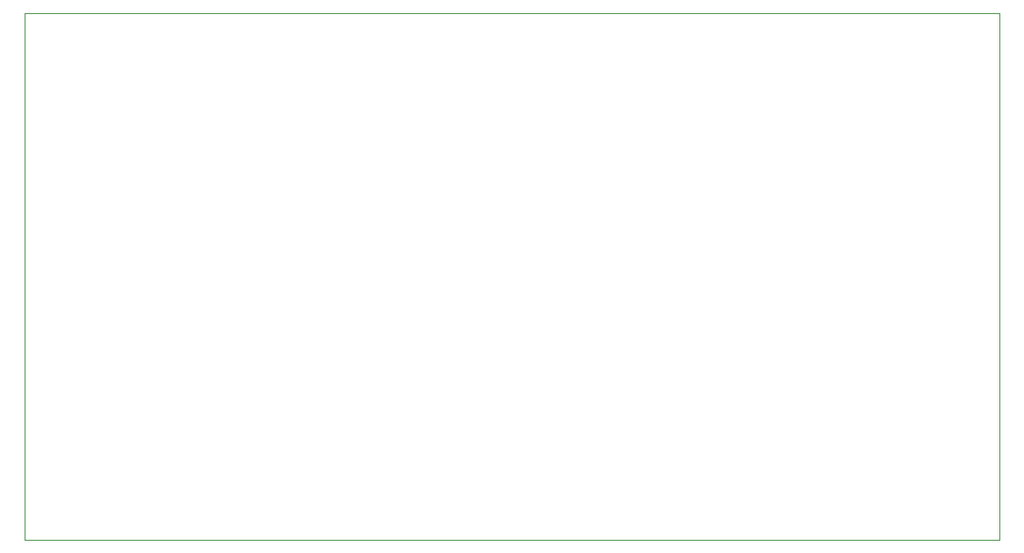
<source format=gbr>
%TF.GenerationSoftware,KiCad,Pcbnew,(5.1.9)-1*%
%TF.CreationDate,2021-03-17T18:43:56-04:00*%
%TF.ProjectId,NJR_New_Demod,4e4a525f-4e65-4775-9f44-656d6f642e6b,rev?*%
%TF.SameCoordinates,Original*%
%TF.FileFunction,Profile,NP*%
%FSLAX46Y46*%
G04 Gerber Fmt 4.6, Leading zero omitted, Abs format (unit mm)*
G04 Created by KiCad (PCBNEW (5.1.9)-1) date 2021-03-17 18:43:56*
%MOMM*%
%LPD*%
G01*
G04 APERTURE LIST*
%TA.AperFunction,Profile*%
%ADD10C,0.050000*%
%TD*%
G04 APERTURE END LIST*
D10*
X162560000Y-58420000D02*
X68580000Y-58420000D01*
X162560000Y-109220000D02*
X162560000Y-58420000D01*
X68580000Y-109220000D02*
X162560000Y-109220000D01*
X68580000Y-58420000D02*
X68580000Y-109220000D01*
M02*

</source>
